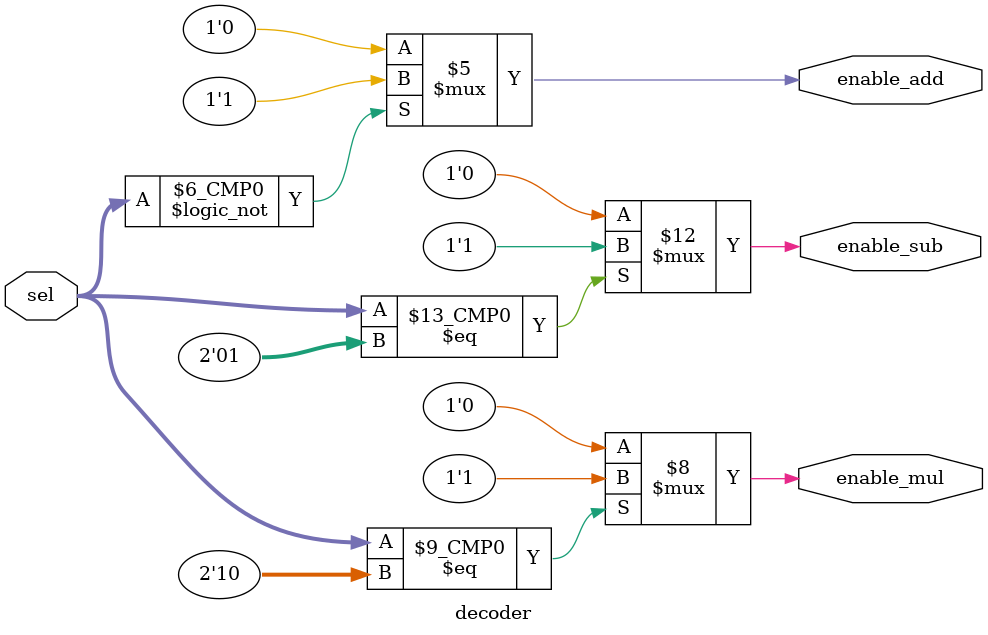
<source format=v>
`timescale 1ns / 1ps


module decoder (
    input [1:0] sel,       // 2-bit input selector (00 - Add, 01 - Sub, 10 - Mul)
    output reg enable_add, // Enable for Adder
    output reg enable_sub, // Enable for Subtractor
    output reg enable_mul  // Enable for Multiplier
);
    always @(*) begin
        // Default to disable all operations
        enable_add = 1'b0;
        enable_sub = 1'b0;
        enable_mul = 1'b0;

        case(sel)
            2'b00: enable_add = 1'b1;  // Enable Adder
            2'b01: enable_sub = 1'b1;  // Enable Subtractor
            2'b10: enable_mul = 1'b1;  // Enable Multiplier
            default: begin
                enable_add = 1'b0;     // Disable all
                enable_sub = 1'b0;
                enable_mul = 1'b0;
            end
        endcase
    end
endmodule

</source>
